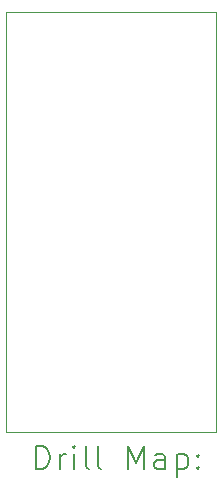
<source format=gbr>
%TF.GenerationSoftware,KiCad,Pcbnew,9.0.6*%
%TF.CreationDate,2026-01-05T13:28:31-06:00*%
%TF.ProjectId,SSOP-28_5.3x10.2_P0.65,53534f50-2d32-4385-9f35-2e337831302e,rev?*%
%TF.SameCoordinates,Original*%
%TF.FileFunction,Drillmap*%
%TF.FilePolarity,Positive*%
%FSLAX45Y45*%
G04 Gerber Fmt 4.5, Leading zero omitted, Abs format (unit mm)*
G04 Created by KiCad (PCBNEW 9.0.6) date 2026-01-05 13:28:31*
%MOMM*%
%LPD*%
G01*
G04 APERTURE LIST*
%ADD10C,0.050000*%
%ADD11C,0.200000*%
G04 APERTURE END LIST*
D10*
X12268200Y-8534400D02*
X14046200Y-8534400D01*
X14046200Y-12090400D01*
X12268200Y-12090400D01*
X12268200Y-8534400D01*
D11*
X12526477Y-12404384D02*
X12526477Y-12204384D01*
X12526477Y-12204384D02*
X12574096Y-12204384D01*
X12574096Y-12204384D02*
X12602667Y-12213908D01*
X12602667Y-12213908D02*
X12621715Y-12232955D01*
X12621715Y-12232955D02*
X12631239Y-12252003D01*
X12631239Y-12252003D02*
X12640762Y-12290098D01*
X12640762Y-12290098D02*
X12640762Y-12318669D01*
X12640762Y-12318669D02*
X12631239Y-12356765D01*
X12631239Y-12356765D02*
X12621715Y-12375812D01*
X12621715Y-12375812D02*
X12602667Y-12394860D01*
X12602667Y-12394860D02*
X12574096Y-12404384D01*
X12574096Y-12404384D02*
X12526477Y-12404384D01*
X12726477Y-12404384D02*
X12726477Y-12271050D01*
X12726477Y-12309146D02*
X12736001Y-12290098D01*
X12736001Y-12290098D02*
X12745524Y-12280574D01*
X12745524Y-12280574D02*
X12764572Y-12271050D01*
X12764572Y-12271050D02*
X12783620Y-12271050D01*
X12850286Y-12404384D02*
X12850286Y-12271050D01*
X12850286Y-12204384D02*
X12840762Y-12213908D01*
X12840762Y-12213908D02*
X12850286Y-12223431D01*
X12850286Y-12223431D02*
X12859810Y-12213908D01*
X12859810Y-12213908D02*
X12850286Y-12204384D01*
X12850286Y-12204384D02*
X12850286Y-12223431D01*
X12974096Y-12404384D02*
X12955048Y-12394860D01*
X12955048Y-12394860D02*
X12945524Y-12375812D01*
X12945524Y-12375812D02*
X12945524Y-12204384D01*
X13078858Y-12404384D02*
X13059810Y-12394860D01*
X13059810Y-12394860D02*
X13050286Y-12375812D01*
X13050286Y-12375812D02*
X13050286Y-12204384D01*
X13307429Y-12404384D02*
X13307429Y-12204384D01*
X13307429Y-12204384D02*
X13374096Y-12347241D01*
X13374096Y-12347241D02*
X13440762Y-12204384D01*
X13440762Y-12204384D02*
X13440762Y-12404384D01*
X13621715Y-12404384D02*
X13621715Y-12299622D01*
X13621715Y-12299622D02*
X13612191Y-12280574D01*
X13612191Y-12280574D02*
X13593143Y-12271050D01*
X13593143Y-12271050D02*
X13555048Y-12271050D01*
X13555048Y-12271050D02*
X13536001Y-12280574D01*
X13621715Y-12394860D02*
X13602667Y-12404384D01*
X13602667Y-12404384D02*
X13555048Y-12404384D01*
X13555048Y-12404384D02*
X13536001Y-12394860D01*
X13536001Y-12394860D02*
X13526477Y-12375812D01*
X13526477Y-12375812D02*
X13526477Y-12356765D01*
X13526477Y-12356765D02*
X13536001Y-12337717D01*
X13536001Y-12337717D02*
X13555048Y-12328193D01*
X13555048Y-12328193D02*
X13602667Y-12328193D01*
X13602667Y-12328193D02*
X13621715Y-12318669D01*
X13716953Y-12271050D02*
X13716953Y-12471050D01*
X13716953Y-12280574D02*
X13736001Y-12271050D01*
X13736001Y-12271050D02*
X13774096Y-12271050D01*
X13774096Y-12271050D02*
X13793143Y-12280574D01*
X13793143Y-12280574D02*
X13802667Y-12290098D01*
X13802667Y-12290098D02*
X13812191Y-12309146D01*
X13812191Y-12309146D02*
X13812191Y-12366288D01*
X13812191Y-12366288D02*
X13802667Y-12385336D01*
X13802667Y-12385336D02*
X13793143Y-12394860D01*
X13793143Y-12394860D02*
X13774096Y-12404384D01*
X13774096Y-12404384D02*
X13736001Y-12404384D01*
X13736001Y-12404384D02*
X13716953Y-12394860D01*
X13897905Y-12385336D02*
X13907429Y-12394860D01*
X13907429Y-12394860D02*
X13897905Y-12404384D01*
X13897905Y-12404384D02*
X13888382Y-12394860D01*
X13888382Y-12394860D02*
X13897905Y-12385336D01*
X13897905Y-12385336D02*
X13897905Y-12404384D01*
X13897905Y-12280574D02*
X13907429Y-12290098D01*
X13907429Y-12290098D02*
X13897905Y-12299622D01*
X13897905Y-12299622D02*
X13888382Y-12290098D01*
X13888382Y-12290098D02*
X13897905Y-12280574D01*
X13897905Y-12280574D02*
X13897905Y-12299622D01*
M02*

</source>
